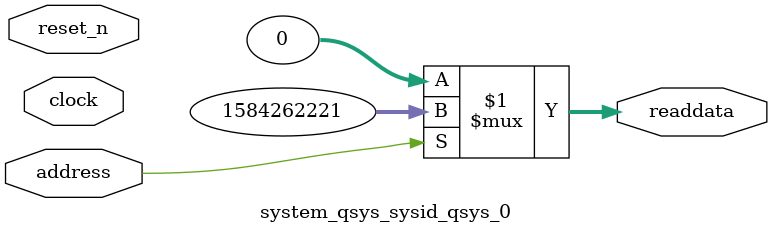
<source format=v>

`timescale 1ns / 1ps
// synthesis translate_on

// turn off superfluous verilog processor warnings 
// altera message_level Level1 
// altera message_off 10034 10035 10036 10037 10230 10240 10030 

module system_qsys_sysid_qsys_0 (
               // inputs:
                address,
                clock,
                reset_n,

               // outputs:
                readdata
             )
;

  output  [ 31: 0] readdata;
  input            address;
  input            clock;
  input            reset_n;

  wire    [ 31: 0] readdata;
  //control_slave, which is an e_avalon_slave
  assign readdata = address ? 1584262221 : 0;

endmodule




</source>
